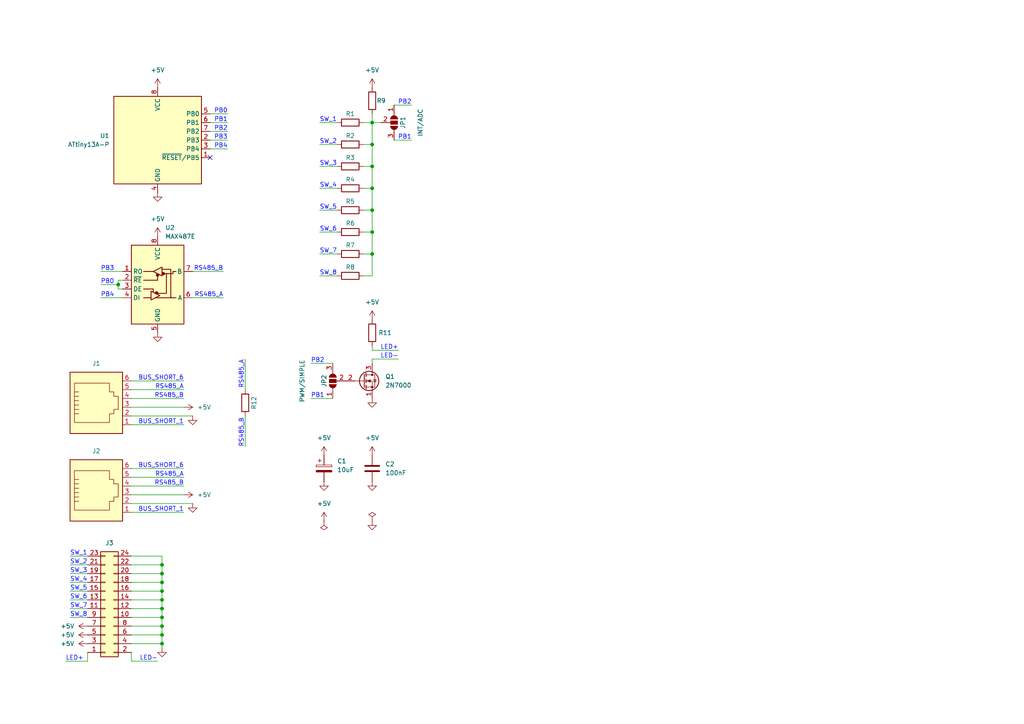
<source format=kicad_sch>
(kicad_sch (version 20231120) (generator "eeschema") (generator_version "8.0")
  (paper "A4")
  (title_block (title "Domoticata wall terminal") (date "2024-07-12") (rev "0.1") (company "Davide Scalisi"))
  (lib_symbols
    (symbol "Connector:6P6C" (pin_names (offset 1.016))
      (property "Reference" "J" (at -5.08 11.43 0))
      (property "Value" "6P6C" (at 2.54 11.43 0))
      (symbol "6P6C_0_1"
        (polyline (pts (xy -6.35 -1.905) (xy -5.08 -1.905) (xy -5.08 -1.905)))
        (polyline (pts (xy -6.35 -0.635) (xy -5.08 -0.635) (xy -5.08 -0.635)))
        (polyline (pts (xy -6.35 0.635) (xy -5.08 0.635) (xy -5.08 0.635)))
        (polyline (pts (xy -6.35 1.905) (xy -5.08 1.905) (xy -5.08 1.905)))
        (polyline (pts (xy -6.35 3.175) (xy -5.08 3.175) (xy -5.08 3.175)))
        (polyline (pts (xy -5.08 4.445) (xy -6.35 4.445) (xy -6.35 4.445)))
        (polyline (pts (xy -6.35 -4.445) (xy -6.35 6.985) (xy 3.81 6.985) (xy 3.81 4.445) (xy 5.08 4.445) (xy 5.08 3.175) (xy 6.35 3.175) (xy 6.35 -0.635) (xy 5.08 -0.635) (xy 5.08 -1.905) (xy 3.81 -1.905) (xy 3.81 -4.445) (xy -6.35 -4.445) (xy -6.35 -4.445)))
        (rectangle (start 7.62 10.16) (end -7.62 -7.62) (stroke (width 0.254)) (fill (type background)))
      )
      (symbol "6P6C_1_1"
        (pin passive line (at 10.16 -5.08 180) (length 2.54) (name "~") (number "1"))
        (pin passive line (at 10.16 -2.54 180) (length 2.54) (name "~") (number "2"))
        (pin passive line (at 10.16 0 180) (length 2.54) (name "~") (number "3"))
        (pin passive line (at 10.16 2.54 180) (length 2.54) (name "~") (number "4"))
        (pin passive line (at 10.16 5.08 180) (length 2.54) (name "~") (number "5"))
        (pin passive line (at 10.16 7.62 180) (length 2.54) (name "~") (number "6"))
      )
    )
    (symbol "Connector_Generic:Conn_02x12_Odd_Even" (pin_names (offset 1.016) hide)
      (property "Reference" "J" (at 1.27 15.24 0))
      (property "Value" "Conn_02x12_Odd_Even" (at 1.27 -17.78 0))
      (symbol "Conn_02x12_Odd_Even_1_1"
        (rectangle (start -1.27 -15.113) (end 0 -15.367) (stroke (width 0.1524)))
        (rectangle (start -1.27 -12.573) (end 0 -12.827) (stroke (width 0.1524)))
        (rectangle (start -1.27 -10.033) (end 0 -10.287) (stroke (width 0.1524)))
        (rectangle (start -1.27 -7.493) (end 0 -7.747) (stroke (width 0.1524)))
        (rectangle (start -1.27 -4.953) (end 0 -5.207) (stroke (width 0.1524)))
        (rectangle (start -1.27 -2.413) (end 0 -2.667) (stroke (width 0.1524)))
        (rectangle (start -1.27 0.127) (end 0 -0.127) (stroke (width 0.1524)))
        (rectangle (start -1.27 2.667) (end 0 2.413) (stroke (width 0.1524)))
        (rectangle (start -1.27 5.207) (end 0 4.953) (stroke (width 0.1524)))
        (rectangle (start -1.27 7.747) (end 0 7.493) (stroke (width 0.1524)))
        (rectangle (start -1.27 10.287) (end 0 10.033) (stroke (width 0.1524)))
        (rectangle (start -1.27 12.827) (end 0 12.573) (stroke (width 0.1524)))
        (rectangle (start -1.27 13.97) (end 3.81 -16.51) (stroke (width 0.254)) (fill (type background)))
        (rectangle (start 3.81 -15.113) (end 2.54 -15.367) (stroke (width 0.1524)))
        (rectangle (start 3.81 -12.573) (end 2.54 -12.827) (stroke (width 0.1524)))
        (rectangle (start 3.81 -10.033) (end 2.54 -10.287) (stroke (width 0.1524)))
        (rectangle (start 3.81 -7.493) (end 2.54 -7.747) (stroke (width 0.1524)))
        (rectangle (start 3.81 -4.953) (end 2.54 -5.207) (stroke (width 0.1524)))
        (rectangle (start 3.81 -2.413) (end 2.54 -2.667) (stroke (width 0.1524)))
        (rectangle (start 3.81 0.127) (end 2.54 -0.127) (stroke (width 0.1524)))
        (rectangle (start 3.81 2.667) (end 2.54 2.413) (stroke (width 0.1524)))
        (rectangle (start 3.81 5.207) (end 2.54 4.953) (stroke (width 0.1524)))
        (rectangle (start 3.81 7.747) (end 2.54 7.493) (stroke (width 0.1524)))
        (rectangle (start 3.81 10.287) (end 2.54 10.033) (stroke (width 0.1524)))
        (rectangle (start 3.81 12.827) (end 2.54 12.573) (stroke (width 0.1524)))
        (pin passive line (at -5.08 12.7 0) (length 3.81) (name "Pin_1") (number "1"))
        (pin passive line (at 7.62 2.54 180) (length 3.81) (name "Pin_10") (number "10"))
        (pin passive line (at -5.08 0 0) (length 3.81) (name "Pin_11") (number "11"))
        (pin passive line (at 7.62 0 180) (length 3.81) (name "Pin_12") (number "12"))
        (pin passive line (at -5.08 -2.54 0) (length 3.81) (name "Pin_13") (number "13"))
        (pin passive line (at 7.62 -2.54 180) (length 3.81) (name "Pin_14") (number "14"))
        (pin passive line (at -5.08 -5.08 0) (length 3.81) (name "Pin_15") (number "15"))
        (pin passive line (at 7.62 -5.08 180) (length 3.81) (name "Pin_16") (number "16"))
        (pin passive line (at -5.08 -7.62 0) (length 3.81) (name "Pin_17") (number "17"))
        (pin passive line (at 7.62 -7.62 180) (length 3.81) (name "Pin_18") (number "18"))
        (pin passive line (at -5.08 -10.16 0) (length 3.81) (name "Pin_19") (number "19"))
        (pin passive line (at 7.62 12.7 180) (length 3.81) (name "Pin_2") (number "2"))
        (pin passive line (at 7.62 -10.16 180) (length 3.81) (name "Pin_20") (number "20"))
        (pin passive line (at -5.08 -12.7 0) (length 3.81) (name "Pin_21") (number "21"))
        (pin passive line (at 7.62 -12.7 180) (length 3.81) (name "Pin_22") (number "22"))
        (pin passive line (at -5.08 -15.24 0) (length 3.81) (name "Pin_23") (number "23"))
        (pin passive line (at 7.62 -15.24 180) (length 3.81) (name "Pin_24") (number "24"))
        (pin passive line (at -5.08 10.16 0) (length 3.81) (name "Pin_3") (number "3"))
        (pin passive line (at 7.62 10.16 180) (length 3.81) (name "Pin_4") (number "4"))
        (pin passive line (at -5.08 7.62 0) (length 3.81) (name "Pin_5") (number "5"))
        (pin passive line (at 7.62 7.62 180) (length 3.81) (name "Pin_6") (number "6"))
        (pin passive line (at -5.08 5.08 0) (length 3.81) (name "Pin_7") (number "7"))
        (pin passive line (at 7.62 5.08 180) (length 3.81) (name "Pin_8") (number "8"))
        (pin passive line (at -5.08 2.54 0) (length 3.81) (name "Pin_9") (number "9"))
      )
    )
    (symbol "Device:C" (pin_numbers hide) (pin_names (offset 0.254))
      (property "Reference" "C" (at 0.635 2.54 0))
      (property "Value" "C" (at 0.635 -2.54 0))
      (symbol "C_0_1"
        (polyline (pts (xy -2.032 -0.762) (xy 2.032 -0.762)) (stroke (width 0.508)))
        (polyline (pts (xy -2.032 0.762) (xy 2.032 0.762)) (stroke (width 0.508)))
      )
      (symbol "C_1_1"
        (pin passive line (at 0 3.81 270) (length 2.794) (name "~") (number "1"))
        (pin passive line (at 0 -3.81 90) (length 2.794) (name "~") (number "2"))
      )
    )
    (symbol "Device:C_Polarized" (pin_numbers hide) (pin_names (offset 0.254))
      (property "Reference" "C" (at 0.635 2.54 0))
      (property "Value" "C_Polarized" (at 0.635 -2.54 0))
      (symbol "C_Polarized_0_1"
        (rectangle (start -2.286 0.508) (end 2.286 1.016))
        (polyline (pts (xy -1.778 2.286) (xy -0.762 2.286)))
        (polyline (pts (xy -1.27 2.794) (xy -1.27 1.778)))
        (rectangle (start 2.286 -0.508) (end -2.286 -1.016) (fill (type outline)))
      )
      (symbol "C_Polarized_1_1"
        (pin passive line (at 0 3.81 270) (length 2.794) (name "~") (number "1"))
        (pin passive line (at 0 -3.81 90) (length 2.794) (name "~") (number "2"))
      )
    )
    (symbol "Device:R" (pin_numbers hide) (pin_names (offset 0))
      (property "Reference" "R" (at 2.032 0 90))
      (property "Value" "R" (at 0 0 90))
      (symbol "R_0_1"
        (rectangle (start -1.016 -2.54) (end 1.016 2.54) (stroke (width 0.254)))
      )
      (symbol "R_1_1"
        (pin passive line (at 0 3.81 270) (length 1.27) (name "~") (number "1"))
        (pin passive line (at 0 -3.81 90) (length 1.27) (name "~") (number "2"))
      )
    )
    (symbol "Interface_UART:MAX487E"
      (property "Reference" "U" (at -6.096 11.43 0))
      (property "Value" "MAX487E" (at 0.762 11.43 0))
      (symbol "MAX487E_0_1"
        (rectangle (start -7.62 10.16) (end 7.62 -12.7) (stroke (width 0.254)) (fill (type background)))
        (circle (center -0.3048 -3.683) (radius 0.3556) (stroke (width 0.254)) (fill (type outline)))
        (circle (center -0.0254 1.4986) (radius 0.3556) (stroke (width 0.254)) (fill (type outline)))
        (polyline (pts (xy -4.064 -5.08) (xy -1.905 -5.08)) (stroke (width 0.254)))
        (polyline (pts (xy -4.064 2.54) (xy -1.27 2.54)) (stroke (width 0.254)))
        (polyline (pts (xy -1.27 -3.2004) (xy -1.27 -3.4544)) (stroke (width 0.254)))
        (polyline (pts (xy -0.635 -5.08) (xy 5.334 -5.08)) (stroke (width 0.254)))
        (polyline (pts (xy -4.064 -2.54) (xy -1.27 -2.54) (xy -1.27 -3.175)) (stroke (width 0.254)))
        (polyline (pts (xy 0 1.27) (xy 0 0) (xy -4.064 0)) (stroke (width 0.254)))
        (polyline (pts (xy 1.27 3.175) (xy 3.81 3.175) (xy 3.81 -5.08)) (stroke (width 0.254)))
        (polyline (pts (xy 2.54 1.905) (xy 2.54 -3.81) (xy 0 -3.81)) (stroke (width 0.254)))
        (polyline (pts (xy -1.905 -3.175) (xy -1.905 -5.715) (xy 0.635 -4.445) (xy -1.905 -3.175)) (stroke (width 0.254)))
        (polyline (pts (xy -1.27 2.54) (xy 1.27 3.81) (xy 1.27 1.27) (xy -1.27 2.54)) (stroke (width 0.254)))
        (polyline (pts (xy 1.905 1.905) (xy 4.445 1.905) (xy 4.445 2.54) (xy 5.334 2.54)) (stroke (width 0.254)))
        (rectangle (start 1.27 3.175) (end 1.27 3.175))
        (circle (center 1.651 1.905) (radius 0.3556) (stroke (width 0.254)) (fill (type outline)))
      )
      (symbol "MAX487E_1_1"
        (pin output line (at -10.16 2.54 0) (length 2.54) (name "RO") (number "1"))
        (pin input line (at -10.16 0 0) (length 2.54) (name "~{RE}") (number "2"))
        (pin input line (at -10.16 -2.54 0) (length 2.54) (name "DE") (number "3"))
        (pin input line (at -10.16 -5.08 0) (length 2.54) (name "DI") (number "4"))
        (pin power_in line (at 0 -15.24 90) (length 2.54) (name "GND") (number "5"))
        (pin bidirectional line (at 10.16 -5.08 180) (length 2.54) (name "A") (number "6"))
        (pin bidirectional line (at 10.16 2.54 180) (length 2.54) (name "B") (number "7"))
        (pin power_in line (at 0 12.7 270) (length 2.54) (name "VCC") (number "8"))
      )
    )
    (symbol "Jumper:SolderJumper_3_Open" (pin_names (offset 0) hide) (exclude_from_sim yes) (in_bom no)
      (property "Reference" "JP" (at -2.54 -2.54 0))
      (property "Value" "SolderJumper_3_Open" (at 0 2.794 0))
      (symbol "SolderJumper_3_Open_0_1"
        (arc (start -1.016 1.016) (mid -2.0276 0) (end -1.016 -1.016))
        (arc (start -1.016 1.016) (mid -2.0276 0) (end -1.016 -1.016) (fill (type outline)))
        (rectangle (start -0.508 1.016) (end 0.508 -1.016) (fill (type outline)))
        (polyline (pts (xy -2.54 0) (xy -2.032 0)))
        (polyline (pts (xy -1.016 1.016) (xy -1.016 -1.016)))
        (polyline (pts (xy 0 -1.27) (xy 0 -1.016)))
        (polyline (pts (xy 1.016 1.016) (xy 1.016 -1.016)))
        (polyline (pts (xy 2.54 0) (xy 2.032 0)))
        (arc (start 1.016 -1.016) (mid 2.0276 0) (end 1.016 1.016))
        (arc (start 1.016 -1.016) (mid 2.0276 0) (end 1.016 1.016) (fill (type outline)))
      )
      (symbol "SolderJumper_3_Open_1_1"
        (pin passive line (at -5.08 0 0) (length 2.54) (name "A") (number "1"))
        (pin passive line (at 0 -3.81 90) (length 2.54) (name "C") (number "2"))
        (pin passive line (at 5.08 0 180) (length 2.54) (name "B") (number "3"))
      )
    )
    (symbol "MCU_Microchip_ATtiny:ATtiny13A-P"
      (property "Reference" "U" (at -12.7 13.97 0))
      (property "Value" "ATtiny13A-P" (at 2.54 -13.97 0))
      (symbol "ATtiny13A-P_0_1"
        (rectangle (start -12.7 -12.7) (end 12.7 12.7) (stroke (width 0.254)) (fill (type background)))
      )
      (symbol "ATtiny13A-P_1_1"
        (pin bidirectional line (at 15.24 -5.08 180) (length 2.54) (name "~{RESET}/PB5") (number "1"))
        (pin bidirectional line (at 15.24 0 180) (length 2.54) (name "PB3") (number "2"))
        (pin bidirectional line (at 15.24 -2.54 180) (length 2.54) (name "PB4") (number "3"))
        (pin power_in line (at 0 -15.24 90) (length 2.54) (name "GND") (number "4"))
        (pin bidirectional line (at 15.24 7.62 180) (length 2.54) (name "PB0") (number "5"))
        (pin bidirectional line (at 15.24 5.08 180) (length 2.54) (name "PB1") (number "6"))
        (pin bidirectional line (at 15.24 2.54 180) (length 2.54) (name "PB2") (number "7"))
        (pin power_in line (at 0 15.24 270) (length 2.54) (name "VCC") (number "8"))
      )
    )
    (symbol "Transistor_FET:2N7000" (pin_names hide)
      (property "Reference" "Q" (at 5.08 1.905 0))
      (property "Value" "2N7000" (at 5.08 0 0))
      (symbol "2N7000_0_1"
        (polyline (pts (xy 0.254 0) (xy -2.54 0)))
        (polyline (pts (xy 0.254 1.905) (xy 0.254 -1.905)) (stroke (width 0.254)))
        (polyline (pts (xy 0.762 -1.27) (xy 0.762 -2.286)) (stroke (width 0.254)))
        (polyline (pts (xy 0.762 0.508) (xy 0.762 -0.508)) (stroke (width 0.254)))
        (polyline (pts (xy 0.762 2.286) (xy 0.762 1.27)) (stroke (width 0.254)))
        (polyline (pts (xy 2.54 2.54) (xy 2.54 1.778)))
        (polyline (pts (xy 2.54 -2.54) (xy 2.54 0) (xy 0.762 0)))
        (polyline (pts (xy 0.762 -1.778) (xy 3.302 -1.778) (xy 3.302 1.778) (xy 0.762 1.778)))
        (polyline (pts (xy 1.016 0) (xy 2.032 0.381) (xy 2.032 -0.381) (xy 1.016 0)) (fill (type outline)))
        (polyline (pts (xy 2.794 0.508) (xy 2.921 0.381) (xy 3.683 0.381) (xy 3.81 0.254)))
        (polyline (pts (xy 3.302 0.381) (xy 2.921 -0.254) (xy 3.683 -0.254) (xy 3.302 0.381)))
        (circle (center 1.651 0) (radius 2.794) (stroke (width 0.254)))
        (circle (center 2.54 -1.778) (radius 0.254) (fill (type outline)))
        (circle (center 2.54 1.778) (radius 0.254) (fill (type outline)))
      )
      (symbol "2N7000_1_1"
        (pin passive line (at 2.54 -5.08 90) (length 2.54) (name "S") (number "1"))
        (pin input line (at -5.08 0 0) (length 2.54) (name "G") (number "2"))
        (pin passive line (at 2.54 5.08 270) (length 2.54) (name "D") (number "3"))
      )
    )
    (symbol "power:+5V" (power) (pin_numbers hide) (pin_names (offset 0) hide)
      (property "Value" "+5V" (at 0 3.556 0))
      (symbol "+5V_0_1"
        (polyline (pts (xy -0.762 1.27) (xy 0 2.54)))
        (polyline (pts (xy 0 0) (xy 0 2.54)))
        (polyline (pts (xy 0 2.54) (xy 0.762 1.27)))
      )
      (symbol "+5V_1_1"
        (pin power_in line (at 0 0 90) (length 0) (name "~") (number "1"))
      )
    )
    (symbol "power:GND" (power) (pin_numbers hide) (pin_names (offset 0) hide)
      (property "Value" "GND" (at 0 -3.81 0))
      (symbol "GND_0_1"
        (polyline (pts (xy 0 0) (xy 0 -1.27) (xy 1.27 -1.27) (xy 0 -2.54) (xy -1.27 -1.27) (xy 0 -1.27)))
      )
      (symbol "GND_1_1"
        (pin power_in line (at 0 0 270) (length 0) (name "~") (number "1"))
      )
    )
    (symbol "power:PWR_FLAG" (power) (pin_numbers hide) (pin_names (offset 0) hide)
      (property "Value" "PWR_FLAG" (at 0 3.81 0))
      (symbol "PWR_FLAG_0_0"
        (pin power_out line (at 0 0 90) (length 0) (name "~") (number "1"))
      )
      (symbol "PWR_FLAG_0_1"
        (polyline (pts (xy 0 0) (xy 0 1.27) (xy -1.016 1.905) (xy 0 2.54) (xy 1.016 1.905) (xy 0 1.27)))
      )
    )
  )
  (junction (at 46.99 173.99))
  (junction (at 46.99 184.15))
  (junction (at 107.95 60.96))
  (junction (at 107.95 41.91))
  (junction (at 46.99 166.37))
  (junction (at 46.99 176.53))
  (junction (at 46.99 171.45))
  (junction (at 46.99 181.61))
  (junction (at 107.95 35.56))
  (junction (at 107.95 73.66))
  (junction (at 107.95 54.61))
  (junction (at 46.99 163.83))
  (junction (at 107.95 48.26))
  (junction (at 46.99 186.69))
  (junction (at 46.99 168.91))
  (junction (at 46.99 179.07))
  (junction (at 107.95 67.31))
  (junction (at 34.29 82.55))
  (no_connect (at 60.96 45.72))
  (wire (pts (xy 38.1 173.99) (xy 46.99 173.99)))
  (wire (pts (xy 105.41 48.26) (xy 107.95 48.26)))
  (wire (pts (xy 34.29 82.55) (xy 34.29 83.82)))
  (wire (pts (xy 46.99 163.83) (xy 46.99 161.29)))
  (wire (pts (xy 38.1 115.57) (xy 53.34 115.57)))
  (wire (pts (xy 29.21 86.36) (xy 35.56 86.36)))
  (wire (pts (xy 20.32 179.07) (xy 25.4 179.07)))
  (wire (pts (xy 38.1 110.49) (xy 53.34 110.49)))
  (wire (pts (xy 105.41 60.96) (xy 107.95 60.96)))
  (wire (pts (xy 60.96 38.1) (xy 66.04 38.1)))
  (wire (pts (xy 20.32 171.45) (xy 25.4 171.45)))
  (wire (pts (xy 55.88 78.74) (xy 64.77 78.74)))
  (wire (pts (xy 107.95 101.6) (xy 107.95 100.33)))
  (wire (pts (xy 25.4 191.77) (xy 25.4 189.23)))
  (wire (pts (xy 38.1 113.03) (xy 53.34 113.03)))
  (wire (pts (xy 46.99 166.37) (xy 46.99 163.83)))
  (wire (pts (xy 105.41 54.61) (xy 107.95 54.61)))
  (wire (pts (xy 105.41 67.31) (xy 107.95 67.31)))
  (wire (pts (xy 114.3 40.64) (xy 119.38 40.64)))
  (wire (pts (xy 92.71 60.96) (xy 97.79 60.96)))
  (wire (pts (xy 46.99 184.15) (xy 46.99 181.61)))
  (wire (pts (xy 29.21 82.55) (xy 34.29 82.55)))
  (wire (pts (xy 46.99 173.99) (xy 46.99 171.45)))
  (wire (pts (xy 60.96 40.64) (xy 66.04 40.64)))
  (wire (pts (xy 38.1 166.37) (xy 46.99 166.37)))
  (wire (pts (xy 71.12 104.14) (xy 71.12 113.03)))
  (wire (pts (xy 90.17 105.41) (xy 96.52 105.41)))
  (wire (pts (xy 38.1 168.91) (xy 46.99 168.91)))
  (wire (pts (xy 107.95 104.14) (xy 107.95 105.41)))
  (wire (pts (xy 92.71 73.66) (xy 97.79 73.66)))
  (wire (pts (xy 38.1 181.61) (xy 46.99 181.61)))
  (wire (pts (xy 46.99 171.45) (xy 46.99 168.91)))
  (wire (pts (xy 107.95 104.14) (xy 115.57 104.14)))
  (wire (pts (xy 110.49 35.56) (xy 107.95 35.56)))
  (wire (pts (xy 107.95 33.02) (xy 107.95 35.56)))
  (wire (pts (xy 46.99 186.69) (xy 46.99 184.15)))
  (wire (pts (xy 38.1 120.65) (xy 55.88 120.65)))
  (wire (pts (xy 38.1 138.43) (xy 53.34 138.43)))
  (wire (pts (xy 46.99 176.53) (xy 46.99 173.99)))
  (wire (pts (xy 92.71 67.31) (xy 97.79 67.31)))
  (wire (pts (xy 46.99 179.07) (xy 46.99 176.53)))
  (wire (pts (xy 115.57 101.6) (xy 107.95 101.6)))
  (wire (pts (xy 38.1 171.45) (xy 46.99 171.45)))
  (wire (pts (xy 60.96 33.02) (xy 66.04 33.02)))
  (wire (pts (xy 107.95 54.61) (xy 107.95 48.26)))
  (wire (pts (xy 38.1 186.69) (xy 46.99 186.69)))
  (wire (pts (xy 46.99 168.91) (xy 46.99 166.37)))
  (wire (pts (xy 20.32 173.99) (xy 25.4 173.99)))
  (wire (pts (xy 34.29 83.82) (xy 35.56 83.82)))
  (wire (pts (xy 38.1 179.07) (xy 46.99 179.07)))
  (wire (pts (xy 107.95 80.01) (xy 107.95 73.66)))
  (wire (pts (xy 71.12 120.65) (xy 71.12 129.54)))
  (wire (pts (xy 38.1 123.19) (xy 53.34 123.19)))
  (wire (pts (xy 38.1 163.83) (xy 46.99 163.83)))
  (wire (pts (xy 92.71 41.91) (xy 97.79 41.91)))
  (wire (pts (xy 38.1 148.59) (xy 53.34 148.59)))
  (wire (pts (xy 38.1 191.77) (xy 45.72 191.77)))
  (wire (pts (xy 20.32 166.37) (xy 25.4 166.37)))
  (wire (pts (xy 107.95 35.56) (xy 107.95 41.91)))
  (wire (pts (xy 38.1 146.05) (xy 55.88 146.05)))
  (wire (pts (xy 107.95 48.26) (xy 107.95 41.91)))
  (wire (pts (xy 38.1 191.77) (xy 38.1 189.23)))
  (wire (pts (xy 92.71 48.26) (xy 97.79 48.26)))
  (wire (pts (xy 105.41 80.01) (xy 107.95 80.01)))
  (wire (pts (xy 92.71 54.61) (xy 97.79 54.61)))
  (wire (pts (xy 92.71 80.01) (xy 97.79 80.01)))
  (wire (pts (xy 105.41 41.91) (xy 107.95 41.91)))
  (wire (pts (xy 107.95 73.66) (xy 107.95 67.31)))
  (wire (pts (xy 105.41 73.66) (xy 107.95 73.66)))
  (wire (pts (xy 55.88 86.36) (xy 64.77 86.36)))
  (wire (pts (xy 46.99 186.69) (xy 46.99 187.96)))
  (wire (pts (xy 105.41 35.56) (xy 107.95 35.56)))
  (wire (pts (xy 92.71 35.56) (xy 97.79 35.56)))
  (wire (pts (xy 19.05 191.77) (xy 25.4 191.77)))
  (wire (pts (xy 60.96 43.18) (xy 66.04 43.18)))
  (wire (pts (xy 38.1 140.97) (xy 53.34 140.97)))
  (wire (pts (xy 107.95 67.31) (xy 107.95 60.96)))
  (wire (pts (xy 20.32 163.83) (xy 25.4 163.83)))
  (wire (pts (xy 38.1 135.89) (xy 53.34 135.89)))
  (wire (pts (xy 38.1 118.11) (xy 53.34 118.11)))
  (wire (pts (xy 107.95 60.96) (xy 107.95 54.61)))
  (wire (pts (xy 38.1 161.29) (xy 46.99 161.29)))
  (wire (pts (xy 35.56 81.28) (xy 34.29 81.28)))
  (wire (pts (xy 46.99 181.61) (xy 46.99 179.07)))
  (wire (pts (xy 20.32 168.91) (xy 25.4 168.91)))
  (wire (pts (xy 38.1 184.15) (xy 46.99 184.15)))
  (wire (pts (xy 38.1 176.53) (xy 46.99 176.53)))
  (wire (pts (xy 114.3 30.48) (xy 119.38 30.48)))
  (wire (pts (xy 20.32 161.29) (xy 25.4 161.29)))
  (wire (pts (xy 34.29 81.28) (xy 34.29 82.55)))
  (wire (pts (xy 60.96 35.56) (xy 66.04 35.56)))
  (wire (pts (xy 20.32 176.53) (xy 25.4 176.53)))
  (wire (pts (xy 38.1 143.51) (xy 53.34 143.51)))
  (wire (pts (xy 29.21 78.74) (xy 35.56 78.74)))
  (wire (pts (xy 90.17 115.57) (xy 96.52 115.57)))
  (label "PB0" (at 66.04 33.02 180))
  (label "RS485_B" (at 71.12 129.54 90))
  (label "SW_7" (at 20.32 176.53 0))
  (label "PB4" (at 29.21 86.36 0))
  (label "SW_4" (at 92.71 54.61 0))
  (label "RS485_A" (at 53.34 138.43 180))
  (label "BUS_SHORT_1" (at 53.34 148.59 180))
  (label "SW_1" (at 20.32 161.29 0))
  (label "RS485_A" (at 71.12 104.14 270))
  (label "SW_5" (at 20.32 171.45 0))
  (label "RS485_B" (at 53.34 115.57 180))
  (label "PB1" (at 90.17 115.57 0))
  (label "SW_8" (at 20.32 179.07 0))
  (label "SW_4" (at 20.32 168.91 0))
  (label "PB0" (at 29.21 82.55 0))
  (label "RS485_B" (at 53.34 140.97 180))
  (label "LED-" (at 115.57 104.14 180))
  (label "SW_1" (at 92.71 35.56 0))
  (label "PB4" (at 66.04 43.18 180))
  (label "SW_6" (at 20.32 173.99 0))
  (label "SW_6" (at 92.71 67.31 0))
  (label "PB3" (at 66.04 40.64 180))
  (label "LED+" (at 19.05 191.77 0))
  (label "PB1" (at 66.04 35.56 180))
  (label "RS485_A" (at 64.77 86.36 180))
  (label "SW_2" (at 92.71 41.91 0))
  (label "PB2" (at 119.38 30.48 180))
  (label "SW_8" (at 92.71 80.01 0))
  (label "BUS_SHORT_6" (at 53.34 135.89 180))
  (label "LED+" (at 115.57 101.6 180))
  (label "PB2" (at 90.17 105.41 0))
  (label "SW_7" (at 92.71 73.66 0))
  (label "RS485_B" (at 64.77 78.74 180))
  (label "SW_3" (at 20.32 166.37 0))
  (label "SW_2" (at 20.32 163.83 0))
  (label "PB1" (at 119.38 40.64 180))
  (label "BUS_SHORT_1" (at 53.34 123.19 180))
  (label "PB3" (at 29.21 78.74 0))
  (label "SW_5" (at 92.71 60.96 0))
  (label "LED-" (at 45.72 191.77 180))
  (label "SW_3" (at 92.71 48.26 0))
  (label "BUS_SHORT_6" (at 53.34 110.49 180))
  (label "RS485_A" (at 53.34 113.03 180))
  (label "PB2" (at 66.04 38.1 180))
  (symbol (lib_id "power:PWR_FLAG") (at 93.98 151.13 180) (unit 1)
    (property "Reference" "#FLG01" (effects (hide yes)))
    (property "Value" "PWR_FLAG" (effects (hide yes)))
    (property "Description" "Special symbol for telling ERC where power comes from" (effects (hide yes)))
  )
  (symbol (lib_id "Device:R") (at 101.6 67.31 90) (unit 1)
    (property "Reference" "R6" (at 101.6 64.77 90))
    (property "Value" "R" (effects (hide yes)))
    (property "Footprint" "Resistor_THT:R_Axial_DIN0207_L6.3mm_D2.5mm_P2.54mm_Vertical" (effects (hide yes)))
    (property "Description" "Resistor" (effects (hide yes)))
  )
  (symbol (lib_id "Device:R") (at 101.6 35.56 90) (unit 1)
    (property "Reference" "R1" (at 101.6 33.02 90))
    (property "Value" "R" (effects (hide yes)))
    (property "Footprint" "Resistor_THT:R_Axial_DIN0207_L6.3mm_D2.5mm_P2.54mm_Vertical" (effects (hide yes)))
    (property "Description" "Resistor" (effects (hide yes)))
  )
  (symbol (lib_id "power:+5V") (at 25.4 186.69 90) (unit 1)
    (property "Reference" "#PWR019" (effects (hide yes)))
    (property "Value" "+5V" (at 21.59 186.6899 90) (effects (justify left)))
    (property "Description" "Power symbol creates a global label with name \"+5V\"" (effects (hide yes)))
  )
  (symbol (lib_id "power:+5V") (at 45.72 25.4 0) (unit 1)
    (property "Reference" "#PWR07" (effects (hide yes)))
    (property "Value" "+5V" (at 45.72 20.32 0))
    (property "Description" "Power symbol creates a global label with name \"+5V\"" (effects (hide yes)))
  )
  (symbol (lib_id "Device:R") (at 101.6 73.66 90) (unit 1)
    (property "Reference" "R7" (at 101.6 71.12 90))
    (property "Value" "R" (effects (hide yes)))
    (property "Footprint" "Resistor_THT:R_Axial_DIN0207_L6.3mm_D2.5mm_P2.54mm_Vertical" (effects (hide yes)))
    (property "Description" "Resistor" (effects (hide yes)))
  )
  (symbol (lib_id "power:GND") (at 93.98 139.7 0) (unit 1)
    (property "Reference" "#PWR011" (effects (hide yes)))
    (property "Value" "GND" (effects (hide yes)))
    (property "Description" "Power symbol creates a global label with name \"GND\" , ground" (effects (hide yes)))
  )
  (symbol (lib_id "Device:R") (at 101.6 80.01 90) (unit 1)
    (property "Reference" "R8" (at 101.6 77.47 90))
    (property "Value" "R" (effects (hide yes)))
    (property "Footprint" "Resistor_THT:R_Axial_DIN0207_L6.3mm_D2.5mm_P2.54mm_Vertical" (effects (hide yes)))
    (property "Description" "Resistor" (effects (hide yes)))
  )
  (symbol (lib_id "Jumper:SolderJumper_3_Open") (at 96.52 110.49 90) (unit 1) (exclude_from_sim yes) (in_bom no)
    (property "Reference" "JP2" (at 93.98 110.49 0))
    (property "Value" "PWM/SIMPLE" (at 87.63 110.49 0))
    (property "Footprint" "Jumper:SolderJumper-3_P1.3mm_Open_Pad1.0x1.5mm" (effects (hide yes)))
    (property "Description" "Solder Jumper, 3-pole, open" (effects (hide yes)))
  )
  (symbol (lib_id "Device:R") (at 101.6 48.26 90) (unit 1)
    (property "Reference" "R3" (at 101.6 45.72 90))
    (property "Value" "R" (effects (hide yes)))
    (property "Footprint" "Resistor_THT:R_Axial_DIN0207_L6.3mm_D2.5mm_P2.54mm_Vertical" (effects (hide yes)))
    (property "Description" "Resistor" (effects (hide yes)))
  )
  (symbol (lib_id "Connector:6P6C") (at 27.94 118.11 0) (unit 1)
    (property "Reference" "J1" (at 27.94 105.41 0))
    (property "Value" "6P6C" (effects (hide yes)))
    (property "Footprint" "Connector_RJ:RJ25_Wayconn_MJEA-660X1_Horizontal" (effects (hide yes)))
    (property "Description" "RJ connector, 6P6C (6 positions 6 connected), RJ12/RJ18/RJ25" (effects (hide yes)))
  )
  (symbol (lib_id "power:GND") (at 46.99 187.96 0) (unit 1)
    (property "Reference" "#PWR016" (effects (hide yes)))
    (property "Value" "GND" (effects (hide yes)))
    (property "Description" "Power symbol creates a global label with name \"GND\" , ground" (effects (hide yes)))
  )
  (symbol (lib_id "Device:R") (at 107.95 29.21 0) (unit 1)
    (property "Reference" "R9" (at 109.22 29.21 0) (effects (justify left)))
    (property "Value" "R" (effects (hide yes)))
    (property "Footprint" "Resistor_THT:R_Axial_DIN0207_L6.3mm_D2.5mm_P2.54mm_Vertical" (effects (hide yes)))
    (property "Description" "Resistor" (effects (hide yes)))
  )
  (symbol (lib_id "Connector:6P6C") (at 27.94 143.51 0) (unit 1)
    (property "Reference" "J2" (at 27.94 130.81 0))
    (property "Value" "6P6C" (effects (hide yes)))
    (property "Footprint" "Connector_RJ:RJ25_Wayconn_MJEA-660X1_Horizontal" (effects (hide yes)))
    (property "Description" "RJ connector, 6P6C (6 positions 6 connected), RJ12/RJ18/RJ25" (effects (hide yes)))
  )
  (symbol (lib_id "MCU_Microchip_ATtiny:ATtiny13A-P") (at 45.72 40.64 0) (unit 1)
    (property "Reference" "U1" (at 31.75 39.3699 0) (effects (justify right)))
    (property "Value" "ATtiny13A-P" (at 31.75 41.9099 0) (effects (justify right)))
    (property "Footprint" "Package_DIP:DIP-8_W7.62mm_Socket" (effects (hide yes)))
    (property "Datasheet" "http://ww1.microchip.com/downloads/en/DeviceDoc/doc8126.pdf" (effects (hide yes)))
    (property "Description" "20MHz, 1kB Flash, 64B SRAM, 64B EEPROM, debugWIRE, DIP-8" (effects (hide yes)))
  )
  (symbol (lib_id "Device:C") (at 107.95 135.89 0) (unit 1)
    (property "Reference" "C2" (at 111.76 134.6199 0) (effects (justify left)))
    (property "Value" "100nF" (at 111.76 137.1599 0) (effects (justify left)))
    (property "Footprint" "Capacitor_THT:C_Rect_L7.2mm_W2.5mm_P5.00mm_FKS2_FKP2_MKS2_MKP2" (effects (hide yes)))
    (property "Description" "Unpolarized capacitor" (effects (hide yes)))
  )
  (symbol (lib_id "power:+5V") (at 93.98 132.08 0) (unit 1)
    (property "Reference" "#PWR012" (effects (hide yes)))
    (property "Value" "+5V" (at 93.98 127 0))
    (property "Description" "Power symbol creates a global label with name \"+5V\"" (effects (hide yes)))
  )
  (symbol (lib_id "Device:R") (at 107.95 96.52 0) (mirror x) (unit 1)
    (property "Reference" "R11" (at 109.728 96.52 0) (effects (justify left)))
    (property "Value" "R" (effects (hide yes)))
    (property "Footprint" "Resistor_THT:R_Axial_DIN0207_L6.3mm_D2.5mm_P2.54mm_Vertical" (effects (hide yes)))
    (property "Description" "Resistor" (effects (hide yes)))
  )
  (symbol (lib_id "power:GND") (at 45.72 55.88 0) (unit 1)
    (property "Reference" "#PWR05" (effects (hide yes)))
    (property "Value" "GND" (effects (hide yes)))
    (property "Description" "Power symbol creates a global label with name \"GND\" , ground" (effects (hide yes)))
  )
  (symbol (lib_id "power:+5V") (at 53.34 143.51 270) (unit 1)
    (property "Reference" "#PWR03" (effects (hide yes)))
    (property "Value" "+5V" (at 57.15 143.5099 90) (effects (justify left)))
    (property "Description" "Power symbol creates a global label with name \"+5V\"" (effects (hide yes)))
  )
  (symbol (lib_id "power:+5V") (at 107.95 132.08 0) (unit 1)
    (property "Reference" "#PWR021" (effects (hide yes)))
    (property "Value" "+5V" (at 107.95 127 0))
    (property "Description" "Power symbol creates a global label with name \"+5V\"" (effects (hide yes)))
  )
  (symbol (lib_id "power:GND") (at 107.95 151.13 0) (unit 1)
    (property "Reference" "#PWR022" (effects (hide yes)))
    (property "Value" "GND" (effects (hide yes)))
    (property "Description" "Power symbol creates a global label with name \"GND\" , ground" (effects (hide yes)))
  )
  (symbol (lib_id "Device:R") (at 71.12 116.84 0) (unit 1)
    (property "Reference" "R12" (at 73.66 116.84 90))
    (property "Value" "R" (effects (hide yes)))
    (property "Footprint" "Resistor_THT:R_Axial_DIN0207_L6.3mm_D2.5mm_P7.62mm_Horizontal" (effects (hide yes)))
    (property "Description" "Resistor" (effects (hide yes)))
  )
  (symbol (lib_id "power:GND") (at 107.95 115.57 0) (unit 1)
    (property "Reference" "#PWR014" (effects (hide yes)))
    (property "Value" "GND" (effects (hide yes)))
    (property "Description" "Power symbol creates a global label with name \"GND\" , ground" (effects (hide yes)))
  )
  (symbol (lib_id "power:GND") (at 55.88 146.05 0) (unit 1)
    (property "Reference" "#PWR04" (effects (hide yes)))
    (property "Value" "GND" (effects (hide yes)))
    (property "Description" "Power symbol creates a global label with name \"GND\" , ground" (effects (hide yes)))
  )
  (symbol (lib_id "power:+5V") (at 53.34 118.11 270) (unit 1)
    (property "Reference" "#PWR01" (effects (hide yes)))
    (property "Value" "+5V" (at 57.15 118.1099 90) (effects (justify left)))
    (property "Description" "Power symbol creates a global label with name \"+5V\"" (effects (hide yes)))
  )
  (symbol (lib_id "Device:C_Polarized") (at 93.98 135.89 0) (unit 1)
    (property "Reference" "C1" (at 97.79 133.7309 0) (effects (justify left)))
    (property "Value" "10uF" (at 97.79 136.2709 0) (effects (justify left)))
    (property "Footprint" "Capacitor_THT:CP_Radial_D5.0mm_P2.50mm" (effects (hide yes)))
    (property "Description" "Polarized capacitor" (effects (hide yes)))
  )
  (symbol (lib_id "power:+5V") (at 93.98 151.13 0) (unit 1)
    (property "Reference" "#PWR023" (effects (hide yes)))
    (property "Value" "+5V" (at 93.98 146.05 0))
    (property "Description" "Power symbol creates a global label with name \"+5V\"" (effects (hide yes)))
  )
  (symbol (lib_id "power:GND") (at 45.72 96.52 0) (unit 1)
    (property "Reference" "#PWR06" (effects (hide yes)))
    (property "Value" "GND" (effects (hide yes)))
    (property "Description" "Power symbol creates a global label with name \"GND\" , ground" (effects (hide yes)))
  )
  (symbol (lib_id "power:+5V") (at 25.4 184.15 90) (unit 1)
    (property "Reference" "#PWR018" (effects (hide yes)))
    (property "Value" "+5V" (at 21.59 184.1499 90) (effects (justify left)))
    (property "Description" "Power symbol creates a global label with name \"+5V\"" (effects (hide yes)))
  )
  (symbol (lib_id "Device:R") (at 101.6 54.61 90) (unit 1)
    (property "Reference" "R4" (at 101.6 52.07 90))
    (property "Value" "R" (effects (hide yes)))
    (property "Footprint" "Resistor_THT:R_Axial_DIN0207_L6.3mm_D2.5mm_P2.54mm_Vertical" (effects (hide yes)))
    (property "Description" "Resistor" (effects (hide yes)))
  )
  (symbol (lib_id "Interface_UART:MAX487E") (at 45.72 81.28 0) (unit 1)
    (property "Reference" "U2" (at 47.9141 66.04 0) (effects (justify left)))
    (property "Value" "MAX487E" (at 47.9141 68.58 0) (effects (justify left)))
    (property "Footprint" "Package_DIP:DIP-8_W7.62mm_Socket" (effects (hide yes)))
    (property "Datasheet" "https://datasheets.maximintegrated.com/en/ds/MAX1487E-MAX491E.pdf" (effects (hide yes)))
    (property "Description" "Half duplex RS-485/RS-422, 0.25 Mbps, ±15kV electro-static discharge (ESD) protection, with slew-rate, with low-power shutdown, with receiver/driver enable, 128 receiver drive capability, DIP-8 and SOIC-8" (effects (hide yes)))
  )
  (symbol (lib_id "Device:R") (at 101.6 60.96 90) (unit 1)
    (property "Reference" "R5" (at 101.6 58.42 90))
    (property "Value" "R" (effects (hide yes)))
    (property "Footprint" "Resistor_THT:R_Axial_DIN0207_L6.3mm_D2.5mm_P2.54mm_Vertical" (effects (hide yes)))
    (property "Description" "Resistor" (effects (hide yes)))
  )
  (symbol (lib_id "power:PWR_FLAG") (at 107.95 151.13 0) (unit 1)
    (property "Reference" "#FLG02" (effects (hide yes)))
    (property "Value" "PWR_FLAG" (effects (hide yes)))
    (property "Description" "Special symbol for telling ERC where power comes from" (effects (hide yes)))
  )
  (symbol (lib_id "power:+5V") (at 45.72 68.58 0) (unit 1)
    (property "Reference" "#PWR08" (effects (hide yes)))
    (property "Value" "+5V" (at 45.72 63.5 0))
    (property "Description" "Power symbol creates a global label with name \"+5V\"" (effects (hide yes)))
  )
  (symbol (lib_id "power:GND") (at 107.95 139.7 0) (unit 1)
    (property "Reference" "#PWR020" (effects (hide yes)))
    (property "Value" "GND" (effects (hide yes)))
    (property "Description" "Power symbol creates a global label with name \"GND\" , ground" (effects (hide yes)))
  )
  (symbol (lib_id "power:+5V") (at 107.95 25.4 0) (unit 1)
    (property "Reference" "#PWR013" (effects (hide yes)))
    (property "Value" "+5V" (at 107.95 20.32 0))
    (property "Description" "Power symbol creates a global label with name \"+5V\"" (effects (hide yes)))
  )
  (symbol (lib_id "power:GND") (at 55.88 120.65 0) (unit 1)
    (property "Reference" "#PWR02" (effects (hide yes)))
    (property "Value" "GND" (effects (hide yes)))
    (property "Description" "Power symbol creates a global label with name \"GND\" , ground" (effects (hide yes)))
  )
  (symbol (lib_id "Connector_Generic:Conn_02x12_Odd_Even") (at 30.48 176.53 0) (mirror x) (unit 1)
    (property "Reference" "J3" (at 31.75 157.48 0))
    (property "Value" "Conn_02x12_Odd_Even" (effects (hide yes)))
    (property "Footprint" "Connector_PinHeader_2.54mm:PinHeader_2x12_P2.54mm_Vertical" (effects (hide yes)))
    (property "Description" "Generic connector, double row, 02x12, odd/even pin numbering scheme (row 1 odd numbers, row 2 even numbers), script generated (kicad-library-utils/schlib/autogen/connector/)" (effects (hide yes)))
  )
  (symbol (lib_id "power:+5V") (at 107.95 92.71 0) (unit 1)
    (property "Reference" "#PWR015" (effects (hide yes)))
    (property "Value" "+5V" (at 107.95 87.63 0))
    (property "Description" "Power symbol creates a global label with name \"+5V\"" (effects (hide yes)))
  )
  (symbol (lib_id "power:+5V") (at 25.4 181.61 90) (unit 1)
    (property "Reference" "#PWR017" (effects (hide yes)))
    (property "Value" "+5V" (at 21.59 181.6099 90) (effects (justify left)))
    (property "Description" "Power symbol creates a global label with name \"+5V\"" (effects (hide yes)))
  )
  (symbol (lib_id "Jumper:SolderJumper_3_Open") (at 114.3 35.56 270) (unit 1) (exclude_from_sim yes) (in_bom no)
    (property "Reference" "JP1" (at 116.84 35.56 0))
    (property "Value" "INT/ADC" (at 121.92 35.56 0))
    (property "Footprint" "Jumper:SolderJumper-3_P1.3mm_Open_Pad1.0x1.5mm" (effects (hide yes)))
    (property "Description" "Solder Jumper, 3-pole, open" (effects (hide yes)))
  )
  (symbol (lib_id "Device:R") (at 101.6 41.91 90) (unit 1)
    (property "Reference" "R2" (at 101.6 39.37 90))
    (property "Value" "R" (effects (hide yes)))
    (property "Footprint" "Resistor_THT:R_Axial_DIN0207_L6.3mm_D2.5mm_P2.54mm_Vertical" (effects (hide yes)))
    (property "Description" "Resistor" (effects (hide yes)))
  )
  (symbol (lib_id "Transistor_FET:2N7000") (at 105.41 110.49 0) (unit 1)
    (property "Reference" "Q1" (at 111.76 109.2199 0) (effects (justify left)))
    (property "Value" "2N7000" (at 111.76 111.7599 0) (effects (justify left)))
    (property "Footprint" "Package_TO_SOT_THT:TO-92_Inline" (effects (hide yes)))
    (property "Datasheet" "https://www.vishay.com/docs/70226/70226.pdf" (effects (hide yes)))
    (property "Description" "0.2A Id, 200V Vds, N-Channel MOSFET, 2.6V Logic Level, TO-92" (effects (hide yes)))
  )
)
</source>
